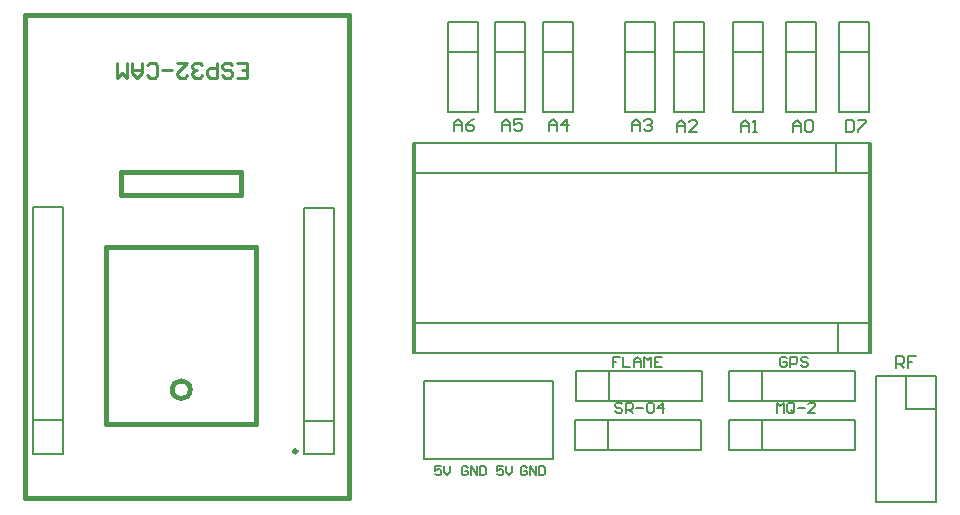
<source format=gto>
G04*
G04 #@! TF.GenerationSoftware,Altium Limited,Altium Designer,21.3.2 (30)*
G04*
G04 Layer_Color=65535*
%FSTAX24Y24*%
%MOIN*%
G70*
G04*
G04 #@! TF.SameCoordinates,0193B93B-ADE4-4E0C-A68A-37D7C30EBFC0*
G04*
G04*
G04 #@! TF.FilePolarity,Positive*
G04*
G01*
G75*
%ADD10C,0.0118*%
%ADD11C,0.0160*%
%ADD12C,0.0079*%
%ADD13C,0.0060*%
%ADD14C,0.0100*%
%ADD15C,0.0080*%
D10*
X020647Y035011D02*
G03*
X020647Y035011I-000059J0D01*
G01*
D11*
X017088Y037061D02*
G03*
X017088Y037061I-0003J0D01*
G01*
X022388Y049561D02*
X022388Y033461D01*
X014288Y035906D02*
Y041806D01*
X018788Y043546D02*
Y044306D01*
X014788Y043546D02*
X018788D01*
X014788D02*
Y044306D01*
X018788D01*
X011588Y033461D02*
X022388D01*
X014288Y035906D02*
X019288D01*
X011588Y049561D02*
X022388D01*
X011588D02*
X011588Y033461D01*
X014288Y041806D02*
X019288D01*
Y035906D02*
Y041806D01*
D12*
X039722Y03828D02*
X039772D01*
X039722D02*
Y04448D01*
X039623Y04528D02*
X039772D01*
Y03888D02*
Y04528D01*
X024523Y03828D02*
X024873D01*
X024523D02*
Y04528D01*
X024573D01*
Y03928D02*
Y04528D01*
X024525Y04428D02*
Y04528D01*
X024523D02*
X034672D01*
X033823Y04428D02*
X034672D01*
X024525D02*
X033873D01*
X039722D02*
Y04528D01*
X034525Y04428D02*
X039722D01*
X034525Y04528D02*
X039722D01*
X038623Y04428D02*
Y04528D01*
X038673Y03828D02*
Y03928D01*
X034575D02*
X039772D01*
X034575Y03828D02*
X039772D01*
Y03928D01*
X024575Y03828D02*
X033923D01*
X033873D02*
X034722D01*
X024573Y03928D02*
X034722D01*
X024575Y03828D02*
Y03928D01*
X040945Y036433D02*
X041945D01*
X040945D02*
Y037531D01*
X039945D02*
X041945D01*
X039945Y033335D02*
Y037531D01*
Y033335D02*
X041945D01*
Y037531D01*
X039232Y035051D02*
Y036051D01*
X035035Y035051D02*
X039232D01*
X035035Y036051D02*
X039232D01*
X035035Y035051D02*
Y036051D01*
X036134Y035051D02*
Y036051D01*
X03415Y036683D02*
Y037683D01*
X029953Y036683D02*
X03415D01*
X029953Y037683D02*
X03415D01*
X029953Y036683D02*
Y037683D01*
X031052Y036683D02*
Y037683D01*
X039237Y036683D02*
Y037683D01*
X03504Y036683D02*
X039237D01*
X03504Y037683D02*
X039237D01*
X03504Y036683D02*
Y037683D01*
X036138Y036683D02*
Y037683D01*
X034122Y035051D02*
Y036051D01*
X029925Y035051D02*
X034122D01*
X029925Y036051D02*
X034122D01*
X029925Y035051D02*
Y036051D01*
X031024Y035051D02*
Y036051D01*
X025681Y048335D02*
X026681D01*
X025681Y049335D02*
X026681D01*
Y046335D02*
Y049335D01*
X025681Y046335D02*
X026681D01*
X025681D02*
Y049335D01*
X027256Y048335D02*
X028256D01*
X027256Y049335D02*
X028256D01*
Y046335D02*
Y049335D01*
X027256Y046335D02*
X028256D01*
X027256D02*
Y049335D01*
X028831Y048335D02*
X029831D01*
X028831Y049335D02*
X029831D01*
Y046335D02*
Y049335D01*
X028831Y046335D02*
X029831D01*
X028831D02*
Y049335D01*
X031587Y048335D02*
X032587D01*
X031587Y049335D02*
X032587D01*
Y046335D02*
Y049335D01*
X031587Y046335D02*
X032587D01*
X031587D02*
Y049335D01*
X033217Y048313D02*
X034217D01*
X033217Y049313D02*
X034217D01*
Y046313D02*
Y049313D01*
X033217Y046313D02*
X034217D01*
X033217D02*
Y049313D01*
X035185Y048313D02*
X036185D01*
X035185Y049313D02*
X036185D01*
Y046313D02*
Y049313D01*
X035185Y046313D02*
X036185D01*
X035185D02*
Y049313D01*
X036957Y048329D02*
X037957D01*
X036957Y049329D02*
X037957D01*
Y046329D02*
Y049329D01*
X036957Y046329D02*
X037957D01*
X036957D02*
Y049329D01*
X038729Y048313D02*
X039729D01*
X038729Y049313D02*
X039729D01*
Y046313D02*
Y049313D01*
X038729Y046313D02*
X039729D01*
X038729D02*
Y049313D01*
X024895Y034764D02*
Y037344D01*
X029175D01*
X024895Y034764D02*
X029175D01*
Y037344D01*
X020888Y034913D02*
X021888D01*
Y043109D01*
X020888Y034913D02*
Y043109D01*
Y036011D02*
X021888D01*
X020888Y043109D02*
X021888D01*
X011838Y034963D02*
Y043159D01*
X012838D01*
X011838Y036061D02*
X012838D01*
X011838Y034913D02*
X012838D01*
Y034963D02*
Y043159D01*
D13*
X028311Y034463D02*
X028261Y034513D01*
X028161D01*
X028111Y034463D01*
Y034264D01*
X028161Y034214D01*
X028261D01*
X028311Y034264D01*
Y034363D01*
X028211D01*
X028411Y034214D02*
Y034513D01*
X028611Y034214D01*
Y034513D01*
X028711D02*
Y034214D01*
X028861D01*
X028911Y034264D01*
Y034463D01*
X028861Y034513D01*
X028711D01*
X027524D02*
X027324D01*
Y034363D01*
X027424Y034413D01*
X027474D01*
X027524Y034363D01*
Y034264D01*
X027474Y034214D01*
X027374D01*
X027324Y034264D01*
X027624Y034513D02*
Y034314D01*
X027724Y034214D01*
X027824Y034314D01*
Y034513D01*
X026343Y034463D02*
X026293Y034513D01*
X026193D01*
X026143Y034463D01*
Y034264D01*
X026193Y034214D01*
X026293D01*
X026343Y034264D01*
Y034363D01*
X026243D01*
X026443Y034214D02*
Y034513D01*
X026643Y034214D01*
Y034513D01*
X026742D02*
Y034214D01*
X026892D01*
X026942Y034264D01*
Y034463D01*
X026892Y034513D01*
X026742D01*
X025457D02*
X025257D01*
Y034363D01*
X025357Y034413D01*
X025407D01*
X025457Y034363D01*
Y034264D01*
X025407Y034214D01*
X025307D01*
X025257Y034264D01*
X025557Y034513D02*
Y034314D01*
X025657Y034214D01*
X025757Y034314D01*
Y034513D01*
X031405Y038167D02*
X031172D01*
Y037992D01*
X031288D01*
X031172D01*
Y037817D01*
X031522Y038167D02*
Y037817D01*
X031755D01*
X031872D02*
Y03805D01*
X031988Y038167D01*
X032105Y03805D01*
Y037817D01*
Y037992D01*
X031872D01*
X032221Y037817D02*
Y038167D01*
X032338Y03805D01*
X032455Y038167D01*
Y037817D01*
X032805Y038167D02*
X032571D01*
Y037817D01*
X032805D01*
X032571Y037992D02*
X032688D01*
X036642Y036284D02*
Y036634D01*
X036758Y036517D01*
X036875Y036634D01*
Y036284D01*
X037225Y036342D02*
Y036575D01*
X037166Y036634D01*
X03705D01*
X036991Y036575D01*
Y036342D01*
X03705Y036284D01*
X037166D01*
X037108Y0364D02*
X037225Y036284D01*
X037166D02*
X037225Y036342D01*
X037341Y036459D02*
X037575D01*
X037924Y036284D02*
X037691D01*
X037924Y036517D01*
Y036575D01*
X037866Y036634D01*
X03775D01*
X037691Y036575D01*
X036971Y038109D02*
X036913Y038167D01*
X036797D01*
X036738Y038109D01*
Y037875D01*
X036797Y037817D01*
X036913D01*
X036971Y037875D01*
Y037992D01*
X036855D01*
X037088Y037817D02*
Y038167D01*
X037263D01*
X037321Y038109D01*
Y037992D01*
X037263Y037934D01*
X037088D01*
X037671Y038109D02*
X037613Y038167D01*
X037496D01*
X037438Y038109D01*
Y03805D01*
X037496Y037992D01*
X037613D01*
X037671Y037934D01*
Y037875D01*
X037613Y037817D01*
X037496D01*
X037438Y037875D01*
X031491Y036575D02*
X031433Y036634D01*
X031316D01*
X031258Y036575D01*
Y036517D01*
X031316Y036459D01*
X031433D01*
X031491Y0364D01*
Y036342D01*
X031433Y036284D01*
X031316D01*
X031258Y036342D01*
X031608Y036284D02*
Y036634D01*
X031783D01*
X031841Y036575D01*
Y036459D01*
X031783Y0364D01*
X031608D01*
X031724D02*
X031841Y036284D01*
X031958Y036459D02*
X032191D01*
X032308Y036575D02*
X032366Y036634D01*
X032483D01*
X032541Y036575D01*
Y036342D01*
X032483Y036284D01*
X032366D01*
X032308Y036342D01*
Y036575D01*
X032832Y036284D02*
Y036634D01*
X032658Y036459D01*
X032891D01*
D14*
X018655Y047461D02*
X018988D01*
Y047961D01*
X018655D01*
X018988Y047711D02*
X018821D01*
X018155Y047544D02*
X018238Y047461D01*
X018405D01*
X018488Y047544D01*
Y047628D01*
X018405Y047711D01*
X018238D01*
X018155Y047794D01*
Y047878D01*
X018238Y047961D01*
X018405D01*
X018488Y047878D01*
X017988Y047961D02*
Y047461D01*
X017738D01*
X017655Y047544D01*
Y047711D01*
X017738Y047794D01*
X017988D01*
X017488Y047544D02*
X017405Y047461D01*
X017238D01*
X017155Y047544D01*
Y047628D01*
X017238Y047711D01*
X017322D01*
X017238D01*
X017155Y047794D01*
Y047878D01*
X017238Y047961D01*
X017405D01*
X017488Y047878D01*
X016655Y047961D02*
X016988D01*
X016655Y047628D01*
Y047544D01*
X016739Y047461D01*
X016905D01*
X016988Y047544D01*
X016489Y047711D02*
X016155D01*
X015656Y047544D02*
X015739Y047461D01*
X015906D01*
X015989Y047544D01*
Y047878D01*
X015906Y047961D01*
X015739D01*
X015656Y047878D01*
X015489Y047961D02*
Y047628D01*
X015322Y047461D01*
X015156Y047628D01*
Y047961D01*
Y047711D01*
X015489D01*
X014989Y047961D02*
Y047461D01*
X014823Y047628D01*
X014656Y047461D01*
Y047961D01*
D15*
X038938Y046066D02*
Y045666D01*
X039138D01*
X039205Y045733D01*
Y045999D01*
X039138Y046066D01*
X038938D01*
X039338D02*
X039605D01*
Y045999D01*
X039338Y045733D01*
Y045666D01*
X02904Y045688D02*
Y045955D01*
X029174Y046088D01*
X029307Y045955D01*
Y045688D01*
Y045888D01*
X02904D01*
X02964Y045688D02*
Y046088D01*
X02944Y045888D01*
X029707D01*
X027466Y045688D02*
Y045955D01*
X027599Y046088D01*
X027732Y045955D01*
Y045688D01*
Y045888D01*
X027466D01*
X028132Y046088D02*
X027865D01*
Y045888D01*
X027999Y045955D01*
X028065D01*
X028132Y045888D01*
Y045755D01*
X028065Y045688D01*
X027932D01*
X027865Y045755D01*
X025891Y045688D02*
Y045955D01*
X026024Y046088D01*
X026157Y045955D01*
Y045688D01*
Y045888D01*
X025891D01*
X026557Y046088D02*
X026424Y046021D01*
X026291Y045888D01*
Y045755D01*
X026357Y045688D01*
X026491D01*
X026557Y045755D01*
Y045821D01*
X026491Y045888D01*
X026291D01*
X037167Y045666D02*
Y045933D01*
X0373Y046066D01*
X037433Y045933D01*
Y045666D01*
Y045866D01*
X037167D01*
X037567Y045999D02*
X037633Y046066D01*
X037767D01*
X037833Y045999D01*
Y045733D01*
X037767Y045666D01*
X037633D01*
X037567Y045733D01*
Y045999D01*
X035462Y045666D02*
Y045933D01*
X035595Y046066D01*
X035728Y045933D01*
Y045666D01*
Y045866D01*
X035462D01*
X035862Y045666D02*
X035995D01*
X035928D01*
Y046066D01*
X035862Y045999D01*
X033328Y045666D02*
Y045933D01*
X033461Y046066D01*
X033595Y045933D01*
Y045666D01*
Y045866D01*
X033328D01*
X033995Y045666D02*
X033728D01*
X033995Y045933D01*
Y045999D01*
X033928Y046066D01*
X033795D01*
X033728Y045999D01*
X031796Y045688D02*
Y045955D01*
X03193Y046088D01*
X032063Y045955D01*
Y045688D01*
Y045888D01*
X031796D01*
X032196Y046021D02*
X032263Y046088D01*
X032396D01*
X032463Y046021D01*
Y045955D01*
X032396Y045888D01*
X032329D01*
X032396D01*
X032463Y045821D01*
Y045755D01*
X032396Y045688D01*
X032263D01*
X032196Y045755D01*
X040612Y037792D02*
Y038192D01*
X040812D01*
X040878Y038125D01*
Y037992D01*
X040812Y037925D01*
X040612D01*
X040745D02*
X040878Y037792D01*
X041278Y038192D02*
X041012D01*
Y037992D01*
X041145D01*
X041012D01*
Y037792D01*
M02*

</source>
